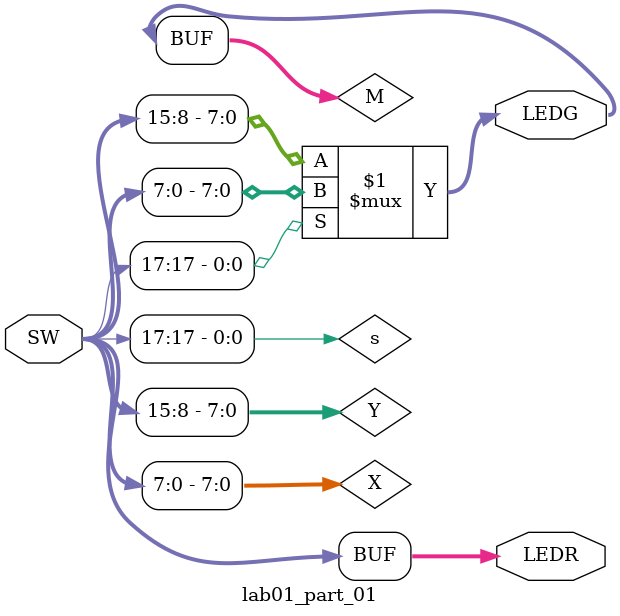
<source format=v>
module lab01_part_01(LEDR,LEDG,SW);
//input s;
input [17:0] SW;
output [17:0] LEDR;
output [7:0] LEDG;
wire [7:0] X;
wire [7:0] Y;
wire [7:0] M;

assign s = SW[17];
assign Y = SW[15:8];
assign X = SW[7:0];
assign LEDG = M;
assign LEDR = SW;

assign M = s? X:Y;

endmodule
</source>
